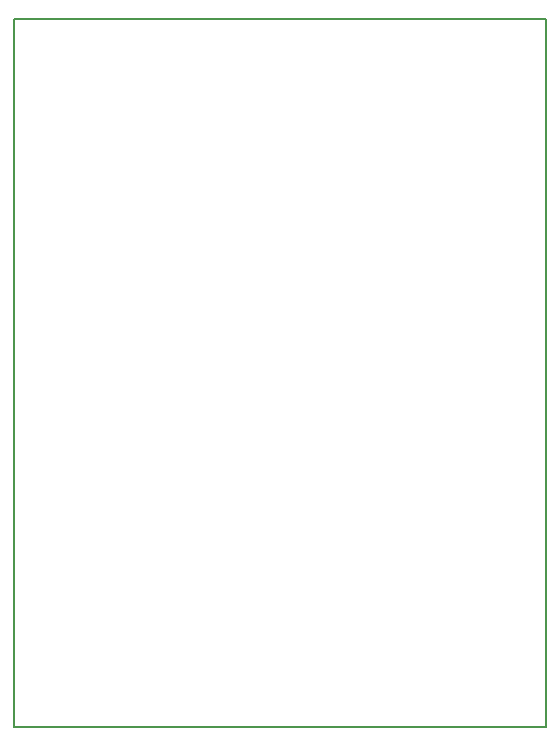
<source format=gko>
G04 DipTrace 2.4.0.2*
%INanalog-bnc_v10_BoardOutline.GKO*%
%MOIN*%
%ADD11C,0.0055*%
%FSLAX44Y44*%
G04*
G70*
G90*
G75*
G01*
%LNBoardOutline*%
%LPD*%
X3937Y27559D2*
D11*
X21654D1*
Y3937D1*
X3937D1*
Y27559D1*
M02*

</source>
